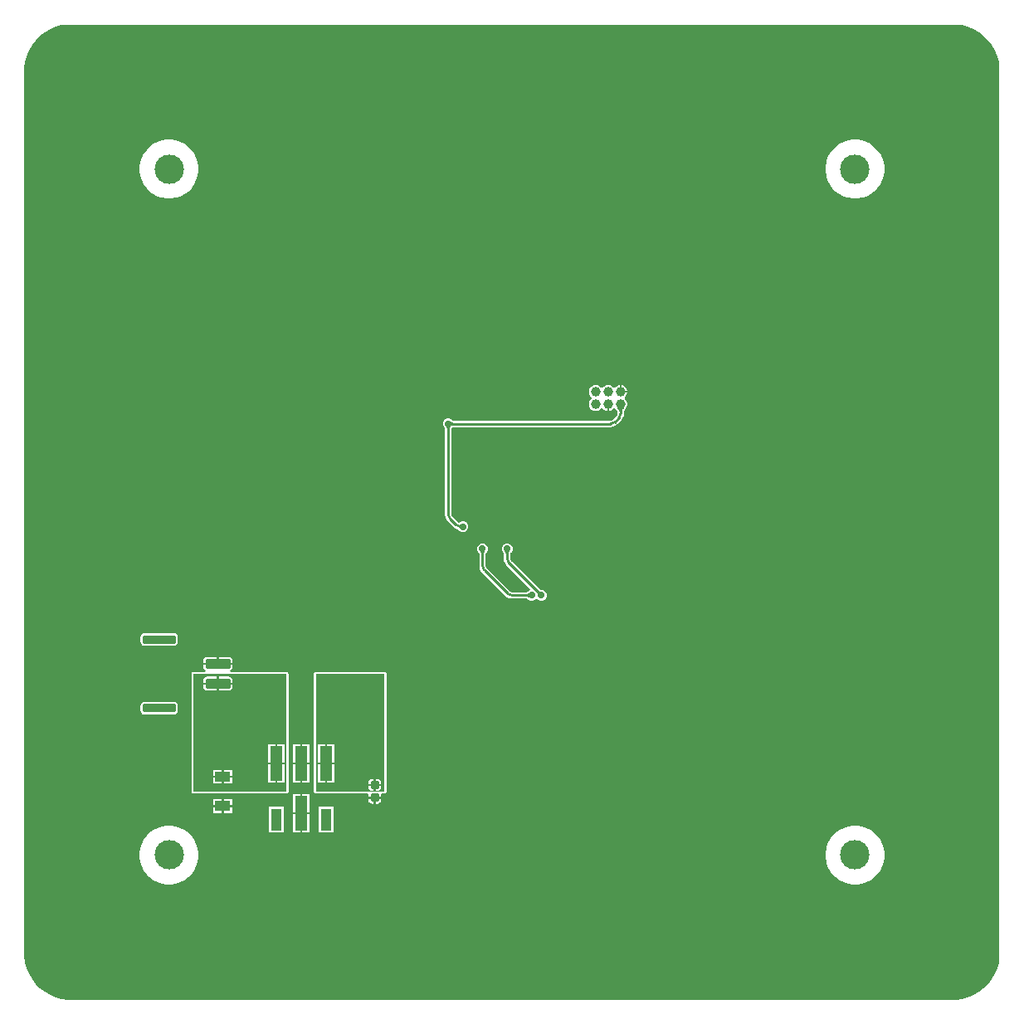
<source format=gbl>
G04*
G04 #@! TF.GenerationSoftware,Altium Limited,Altium Designer,24.1.2 (44)*
G04*
G04 Layer_Physical_Order=2*
G04 Layer_Color=16711680*
%FSLAX44Y44*%
%MOMM*%
G71*
G04*
G04 #@! TF.SameCoordinates,4F868512-D97F-4151-AA10-91EEB4B24D68*
G04*
G04*
G04 #@! TF.FilePolarity,Positive*
G04*
G01*
G75*
%ADD27C,0.2500*%
G04:AMPARAMS|DCode=40|XSize=0.9mm|YSize=0.8mm|CornerRadius=0.2mm|HoleSize=0mm|Usage=FLASHONLY|Rotation=180.000|XOffset=0mm|YOffset=0mm|HoleType=Round|Shape=RoundedRectangle|*
%AMROUNDEDRECTD40*
21,1,0.9000,0.4000,0,0,180.0*
21,1,0.5000,0.8000,0,0,180.0*
1,1,0.4000,-0.2500,0.2000*
1,1,0.4000,0.2500,0.2000*
1,1,0.4000,0.2500,-0.2000*
1,1,0.4000,-0.2500,-0.2000*
%
%ADD40ROUNDEDRECTD40*%
%ADD44C,1.0000*%
%ADD45C,3.0000*%
%ADD46C,0.7000*%
%ADD47R,1.2500X3.5200*%
%ADD48R,1.0500X2.2200*%
%ADD49R,1.6000X1.0000*%
G04:AMPARAMS|DCode=50|XSize=2.6mm|YSize=1mm|CornerRadius=0.25mm|HoleSize=0mm|Usage=FLASHONLY|Rotation=180.000|XOffset=0mm|YOffset=0mm|HoleType=Round|Shape=RoundedRectangle|*
%AMROUNDEDRECTD50*
21,1,2.6000,0.5000,0,0,180.0*
21,1,2.1000,1.0000,0,0,180.0*
1,1,0.5000,-1.0500,0.2500*
1,1,0.5000,1.0500,0.2500*
1,1,0.5000,1.0500,-0.2500*
1,1,0.5000,-1.0500,-0.2500*
%
%ADD50ROUNDEDRECTD50*%
G04:AMPARAMS|DCode=51|XSize=3.4mm|YSize=0.9mm|CornerRadius=0.225mm|HoleSize=0mm|Usage=FLASHONLY|Rotation=180.000|XOffset=0mm|YOffset=0mm|HoleType=Round|Shape=RoundedRectangle|*
%AMROUNDEDRECTD51*
21,1,3.4000,0.4500,0,0,180.0*
21,1,2.9500,0.9000,0,0,180.0*
1,1,0.4500,-1.4750,0.2250*
1,1,0.4500,1.4750,0.2250*
1,1,0.4500,1.4750,-0.2250*
1,1,0.4500,-1.4750,-0.2250*
%
%ADD51ROUNDEDRECTD51*%
G36*
X953110Y997451D02*
X959277Y996639D01*
X965285Y995029D01*
X971032Y992649D01*
X976419Y989539D01*
X981354Y985752D01*
X985752Y981354D01*
X989539Y976419D01*
X992649Y971032D01*
X995029Y965285D01*
X996639Y959277D01*
X997451Y953110D01*
X997451Y950000D01*
X997451Y50000D01*
X997451Y46890D01*
X996639Y40723D01*
X995029Y34715D01*
X992649Y28968D01*
X989539Y23581D01*
X985752Y18646D01*
X981354Y14248D01*
X976419Y10461D01*
X971032Y7351D01*
X965285Y4971D01*
X959277Y3361D01*
X953110Y2549D01*
X950000D01*
X50000Y2549D01*
X46890D01*
X40723Y3361D01*
X34715Y4971D01*
X28968Y7351D01*
X23581Y10461D01*
X18646Y14248D01*
X14248Y18646D01*
X10461Y23581D01*
X7351Y28968D01*
X4971Y34715D01*
X3361Y40723D01*
X2549Y46890D01*
X2549Y50000D01*
Y950000D01*
Y953110D01*
X3361Y959277D01*
X4971Y965285D01*
X7351Y971032D01*
X10461Y976419D01*
X14248Y981354D01*
X18646Y985752D01*
X23581Y989539D01*
X28968Y992649D01*
X34715Y995029D01*
X40723Y996639D01*
X46890Y997451D01*
X50000Y997451D01*
X950000Y997451D01*
X953110Y997451D01*
D02*
G37*
%LPC*%
G36*
X852361Y880000D02*
X847639D01*
X842975Y879261D01*
X838484Y877802D01*
X834277Y875658D01*
X830456Y872883D01*
X827117Y869544D01*
X824342Y865723D01*
X822198Y861516D01*
X820739Y857025D01*
X820000Y852361D01*
Y847639D01*
X820739Y842975D01*
X822198Y838484D01*
X824342Y834277D01*
X827117Y830456D01*
X830456Y827117D01*
X834277Y824342D01*
X838484Y822198D01*
X842975Y820739D01*
X847639Y820000D01*
X852361D01*
X857025Y820739D01*
X861516Y822198D01*
X865723Y824342D01*
X869544Y827117D01*
X872883Y830456D01*
X875658Y834277D01*
X877802Y838484D01*
X879261Y842975D01*
X880000Y847639D01*
Y852361D01*
X879261Y857025D01*
X877802Y861516D01*
X875658Y865723D01*
X872883Y869544D01*
X869544Y872883D01*
X865723Y875658D01*
X861516Y877802D01*
X857025Y879261D01*
X852361Y880000D01*
D02*
G37*
G36*
X152361D02*
X147639D01*
X142975Y879261D01*
X138484Y877802D01*
X134277Y875658D01*
X130456Y872883D01*
X127117Y869544D01*
X124342Y865723D01*
X122198Y861516D01*
X120739Y857025D01*
X120000Y852361D01*
Y847639D01*
X120739Y842975D01*
X122198Y838484D01*
X124342Y834277D01*
X127117Y830456D01*
X130456Y827117D01*
X134277Y824342D01*
X138484Y822198D01*
X142975Y820739D01*
X147639Y820000D01*
X152361D01*
X157025Y820739D01*
X161516Y822198D01*
X165723Y824342D01*
X169544Y827117D01*
X172883Y830456D01*
X175658Y834277D01*
X177802Y838484D01*
X179261Y842975D01*
X180000Y847639D01*
Y852361D01*
X179261Y857025D01*
X177802Y861516D01*
X175658Y865723D01*
X172883Y869544D01*
X169544Y872883D01*
X165723Y875658D01*
X161516Y877802D01*
X157025Y879261D01*
X152361Y880000D01*
D02*
G37*
G36*
X599005Y629662D02*
X597162D01*
X595382Y629185D01*
X593786Y628264D01*
X592482Y626960D01*
X592369Y626764D01*
X591099D01*
X590985Y626960D01*
X589682Y628264D01*
X588086Y629185D01*
X586305Y629662D01*
X584462D01*
X582682Y629185D01*
X581086Y628264D01*
X579782Y626960D01*
X578861Y625364D01*
X578384Y623584D01*
Y621741D01*
X578861Y619960D01*
X579782Y618364D01*
X581086Y617061D01*
X581283Y616947D01*
Y615677D01*
X581086Y615564D01*
X579782Y614260D01*
X578861Y612664D01*
X578384Y610884D01*
Y609041D01*
X578861Y607260D01*
X579782Y605664D01*
X581086Y604361D01*
X582682Y603439D01*
X584462Y602962D01*
X586305D01*
X588086Y603439D01*
X589682Y604361D01*
X590985Y605664D01*
X591099Y605861D01*
X592369D01*
X592482Y605664D01*
X593786Y604361D01*
X595382Y603439D01*
X597084Y602983D01*
Y609962D01*
X599084D01*
Y602983D01*
X600786Y603439D01*
X602382Y604361D01*
X603685Y605664D01*
X603799Y605861D01*
X605069D01*
X605182Y605664D01*
X605932Y604915D01*
X606040Y604763D01*
X606437Y604387D01*
X606746Y604059D01*
X607006Y603747D01*
X607218Y603452D01*
X607386Y603176D01*
X607513Y602922D01*
X607603Y602687D01*
X607663Y602470D01*
X607686Y602331D01*
Y600589D01*
X607679D01*
X607456Y599468D01*
X606823Y598520D01*
X606829Y598515D01*
X602491Y594177D01*
X602480Y594177D01*
X601476Y593532D01*
X600411Y593321D01*
Y593314D01*
X440037D01*
X440018Y593316D01*
X439865Y593345D01*
X439725Y593384D01*
X439592Y593433D01*
X439465Y593493D01*
X439340Y593564D01*
X439215Y593651D01*
X439087Y593755D01*
X438903Y593929D01*
X438756Y594022D01*
X438116Y594663D01*
X436094Y595500D01*
X433906D01*
X431884Y594663D01*
X430337Y593116D01*
X429500Y591094D01*
Y588906D01*
X430337Y586884D01*
X430978Y586244D01*
X431070Y586097D01*
X431245Y585913D01*
X431349Y585785D01*
X431436Y585659D01*
X431507Y585535D01*
X431567Y585408D01*
X431616Y585275D01*
X431655Y585135D01*
X431684Y584982D01*
X431686Y584963D01*
Y498852D01*
X431668Y497589D01*
X431668Y497589D01*
X431827Y496385D01*
X431995Y495109D01*
X432952Y492798D01*
X434468Y490822D01*
X434478Y490832D01*
X434482Y490831D01*
X439664Y485650D01*
X440548Y484745D01*
X440563Y484725D01*
X441508Y484000D01*
X442548Y483202D01*
X444859Y482245D01*
X445025Y482223D01*
X445035Y482215D01*
X445104Y482153D01*
X445321Y481924D01*
X445337Y481884D01*
X445621Y481601D01*
X445737Y481463D01*
X445845Y481376D01*
X446884Y480337D01*
X448906Y479500D01*
X451094D01*
X453116Y480337D01*
X454663Y481884D01*
X455500Y483906D01*
Y486094D01*
X454663Y488116D01*
X453116Y489663D01*
X451094Y490500D01*
X448906D01*
X446884Y489663D01*
X446483Y489261D01*
X446421Y489228D01*
X445263Y489435D01*
X445251Y489435D01*
X439171Y495515D01*
X439177Y495520D01*
X438544Y496468D01*
X438321Y497589D01*
X438314D01*
Y584963D01*
X438316Y584982D01*
X438345Y585135D01*
X438384Y585275D01*
X438433Y585407D01*
X438493Y585535D01*
X438564Y585660D01*
X438651Y585785D01*
X438755Y585913D01*
X438917Y586083D01*
X439087Y586245D01*
X439215Y586349D01*
X439340Y586436D01*
X439465Y586507D01*
X439592Y586567D01*
X439725Y586616D01*
X439865Y586655D01*
X440018Y586684D01*
X440037Y586686D01*
X600411D01*
Y586668D01*
X602891Y586995D01*
X605202Y587952D01*
X607178Y589468D01*
X607168Y589478D01*
X607169Y589482D01*
X611517Y593831D01*
X611522Y593832D01*
X611532Y593822D01*
X613048Y595798D01*
X614006Y598109D01*
X614332Y600589D01*
X614314D01*
Y602448D01*
X614336Y602590D01*
X614398Y602826D01*
X614491Y603088D01*
X614622Y603376D01*
X614793Y603689D01*
X614992Y604001D01*
X615590Y604779D01*
X615955Y605187D01*
X616023Y605302D01*
X616385Y605664D01*
X617307Y607260D01*
X617784Y609041D01*
Y610884D01*
X617307Y612664D01*
X616385Y614260D01*
X615082Y615564D01*
X614885Y615677D01*
Y616947D01*
X615082Y617061D01*
X616385Y618364D01*
X617307Y619960D01*
X617763Y621662D01*
X610784D01*
Y622662D01*
X609784D01*
Y629641D01*
X608082Y629185D01*
X606486Y628264D01*
X605182Y626960D01*
X605069Y626764D01*
X603799D01*
X603685Y626960D01*
X602382Y628264D01*
X600786Y629185D01*
X599005Y629662D01*
D02*
G37*
G36*
X611784Y629641D02*
Y623662D01*
X617763D01*
X617307Y625364D01*
X616385Y626960D01*
X615082Y628264D01*
X613486Y629185D01*
X611784Y629641D01*
D02*
G37*
G36*
X496094Y468000D02*
X493906D01*
X491884Y467163D01*
X490337Y465616D01*
X489500Y463594D01*
Y461406D01*
X490337Y459384D01*
X490978Y458744D01*
X491070Y458597D01*
X491245Y458413D01*
X491349Y458285D01*
X491436Y458159D01*
X491507Y458035D01*
X491567Y457908D01*
X491616Y457775D01*
X491655Y457635D01*
X491684Y457482D01*
X491686Y457463D01*
Y453852D01*
X491668Y452589D01*
X491668Y452589D01*
X491827Y451385D01*
X491995Y450109D01*
X492952Y447798D01*
X493737Y446774D01*
X494474Y445813D01*
X494483Y445807D01*
X495389Y444925D01*
X518640Y421673D01*
X518278Y420240D01*
X516884Y419663D01*
X516244Y419022D01*
X516097Y418930D01*
X515913Y418755D01*
X515785Y418651D01*
X515659Y418564D01*
X515535Y418493D01*
X515408Y418433D01*
X515275Y418384D01*
X515135Y418345D01*
X514982Y418316D01*
X514963Y418314D01*
X500089D01*
Y418321D01*
X498968Y418544D01*
X498021Y419177D01*
X498015Y419171D01*
X474171Y443015D01*
X474177Y443020D01*
X473544Y443968D01*
X473321Y445089D01*
X473314D01*
Y457463D01*
X473316Y457482D01*
X473345Y457635D01*
X473384Y457775D01*
X473433Y457907D01*
X473493Y458035D01*
X473564Y458160D01*
X473651Y458285D01*
X473755Y458413D01*
X473930Y458597D01*
X474022Y458744D01*
X474663Y459384D01*
X475500Y461406D01*
Y463594D01*
X474663Y465616D01*
X473116Y467163D01*
X471094Y468000D01*
X468906D01*
X466884Y467163D01*
X465337Y465616D01*
X464500Y463594D01*
Y461406D01*
X465337Y459384D01*
X465978Y458744D01*
X466070Y458597D01*
X466245Y458413D01*
X466349Y458285D01*
X466436Y458159D01*
X466507Y458035D01*
X466567Y457908D01*
X466616Y457775D01*
X466655Y457635D01*
X466684Y457482D01*
X466686Y457463D01*
Y446352D01*
X466668Y445089D01*
X466668Y445089D01*
X466827Y443885D01*
X466995Y442609D01*
X467952Y440298D01*
X469468Y438322D01*
X469478Y438332D01*
X469482Y438331D01*
X492437Y415377D01*
X493323Y414467D01*
X493323Y414467D01*
X495298Y412952D01*
X497609Y411995D01*
X500089Y411668D01*
Y411686D01*
X514963D01*
X514982Y411684D01*
X515135Y411655D01*
X515275Y411616D01*
X515408Y411567D01*
X515535Y411507D01*
X515660Y411436D01*
X515785Y411349D01*
X515913Y411245D01*
X516097Y411071D01*
X516244Y410978D01*
X516884Y410337D01*
X518906Y409500D01*
X521094D01*
X523116Y410337D01*
X524170Y411392D01*
X525000Y411742D01*
X525830Y411392D01*
X526884Y410337D01*
X528906Y409500D01*
X531094D01*
X533116Y410337D01*
X534663Y411884D01*
X535500Y413906D01*
Y416094D01*
X534663Y418116D01*
X533116Y419663D01*
X531094Y420500D01*
X530188D01*
X530019Y420538D01*
X529765Y420545D01*
X529601Y420562D01*
X529451Y420589D01*
X529312Y420627D01*
X529180Y420675D01*
X529052Y420734D01*
X528925Y420806D01*
X528796Y420893D01*
X528782Y420905D01*
X500074Y449612D01*
X499182Y450516D01*
Y450516D01*
X498534Y451517D01*
X498321Y452589D01*
X498314D01*
Y457463D01*
X498316Y457482D01*
X498345Y457635D01*
X498384Y457775D01*
X498433Y457907D01*
X498493Y458035D01*
X498564Y458160D01*
X498651Y458285D01*
X498755Y458413D01*
X498930Y458597D01*
X499022Y458744D01*
X499663Y459384D01*
X500500Y461406D01*
Y463594D01*
X499663Y465616D01*
X498116Y467163D01*
X496094Y468000D01*
D02*
G37*
G36*
X154750Y376583D02*
X125250D01*
X123592Y376253D01*
X122186Y375314D01*
X121247Y373908D01*
X120917Y372250D01*
Y367750D01*
X121247Y366092D01*
X122186Y364686D01*
X123592Y363747D01*
X125250Y363417D01*
X154750D01*
X156408Y363747D01*
X157814Y364686D01*
X158753Y366092D01*
X159083Y367750D01*
Y372250D01*
X158753Y373908D01*
X157814Y375314D01*
X156408Y376253D01*
X154750Y376583D01*
D02*
G37*
G36*
X210500Y352088D02*
X201000D01*
Y346000D01*
X215088D01*
Y347500D01*
X214739Y349256D01*
X213744Y350744D01*
X212256Y351739D01*
X210500Y352088D01*
D02*
G37*
G36*
X199000D02*
X189500D01*
X187744Y351739D01*
X186256Y350744D01*
X185261Y349256D01*
X184912Y347500D01*
Y346000D01*
X199000D01*
Y352088D01*
D02*
G37*
G36*
X154750Y306583D02*
X125250D01*
X123592Y306253D01*
X122186Y305314D01*
X121247Y303908D01*
X120917Y302250D01*
Y297750D01*
X121247Y296092D01*
X122186Y294686D01*
X123592Y293747D01*
X125250Y293417D01*
X154750D01*
X156408Y293747D01*
X157814Y294686D01*
X158753Y296092D01*
X159083Y297750D01*
Y302250D01*
X158753Y303908D01*
X157814Y305314D01*
X156408Y306253D01*
X154750Y306583D01*
D02*
G37*
G36*
X293250Y263000D02*
X286000D01*
Y244400D01*
X293250D01*
Y263000D01*
D02*
G37*
G36*
X284000D02*
X276750D01*
Y244400D01*
X284000D01*
Y263000D01*
D02*
G37*
G36*
X293250Y242400D02*
X286000D01*
Y223800D01*
X293250D01*
Y242400D01*
D02*
G37*
G36*
X284000D02*
X276750D01*
Y223800D01*
X284000D01*
Y242400D01*
D02*
G37*
G36*
X215088Y344000D02*
X200000D01*
X184912D01*
Y342500D01*
X185261Y340744D01*
X186256Y339256D01*
X187672Y338309D01*
X187687Y338216D01*
X187083Y337039D01*
X175000D01*
X174220Y336884D01*
X173558Y336442D01*
X173116Y335780D01*
X172961Y335000D01*
Y215000D01*
X173116Y214220D01*
X173558Y213558D01*
X174220Y213116D01*
X175000Y212961D01*
X270000D01*
X270780Y213116D01*
X271442Y213558D01*
X271884Y214220D01*
X272039Y215000D01*
Y335000D01*
X271884Y335780D01*
X271442Y336442D01*
X270780Y336884D01*
X270000Y337039D01*
X212917D01*
X212313Y338216D01*
X212328Y338309D01*
X213744Y339256D01*
X214739Y340744D01*
X215088Y342500D01*
Y344000D01*
D02*
G37*
G36*
X370000Y337039D02*
X300000D01*
X299220Y336884D01*
X298558Y336442D01*
X298116Y335780D01*
X297961Y335000D01*
Y215000D01*
X298116Y214220D01*
X298558Y213558D01*
X299220Y213116D01*
X300000Y212961D01*
X352922D01*
X353658Y211691D01*
X353422Y210500D01*
Y209500D01*
X366578D01*
Y210500D01*
X366342Y211691D01*
X367078Y212961D01*
X370000D01*
X370780Y213116D01*
X371442Y213558D01*
X371884Y214220D01*
X372039Y215000D01*
Y335000D01*
X371884Y335780D01*
X371442Y336442D01*
X370780Y336884D01*
X370000Y337039D01*
D02*
G37*
G36*
X366578Y207500D02*
X361000D01*
Y202422D01*
X362500D01*
X364061Y202732D01*
X365384Y203616D01*
X366268Y204939D01*
X366578Y206500D01*
Y207500D01*
D02*
G37*
G36*
X359000D02*
X353422D01*
Y206500D01*
X353732Y204939D01*
X354616Y203616D01*
X355939Y202732D01*
X357500Y202422D01*
X359000D01*
Y207500D01*
D02*
G37*
G36*
X215000Y207000D02*
X206000D01*
Y201000D01*
X215000D01*
Y207000D01*
D02*
G37*
G36*
X204000D02*
X195000D01*
Y201000D01*
X204000D01*
Y207000D01*
D02*
G37*
G36*
X293250Y212200D02*
X286000D01*
Y193600D01*
X293250D01*
Y212200D01*
D02*
G37*
G36*
X284000D02*
X276750D01*
Y193600D01*
X284000D01*
Y212200D01*
D02*
G37*
G36*
X215000Y199000D02*
X206000D01*
Y193000D01*
X215000D01*
Y199000D01*
D02*
G37*
G36*
X204000D02*
X195000D01*
Y193000D01*
X204000D01*
Y199000D01*
D02*
G37*
G36*
X293250Y191600D02*
X286000D01*
Y173000D01*
X293250D01*
Y191600D01*
D02*
G37*
G36*
X284000D02*
X276750D01*
Y173000D01*
X284000D01*
Y191600D01*
D02*
G37*
G36*
X317650Y199200D02*
X303150D01*
Y173000D01*
X317650D01*
Y199200D01*
D02*
G37*
G36*
X266850D02*
X252350D01*
Y173000D01*
X266850D01*
Y199200D01*
D02*
G37*
G36*
X852361Y180000D02*
X847639D01*
X842975Y179261D01*
X838484Y177802D01*
X834277Y175658D01*
X830456Y172883D01*
X827117Y169544D01*
X824342Y165723D01*
X822198Y161516D01*
X820739Y157025D01*
X820000Y152361D01*
Y147639D01*
X820739Y142975D01*
X822198Y138484D01*
X824342Y134277D01*
X827117Y130456D01*
X830456Y127117D01*
X834277Y124342D01*
X838484Y122198D01*
X842975Y120739D01*
X847639Y120000D01*
X852361D01*
X857025Y120739D01*
X861516Y122198D01*
X865723Y124342D01*
X869544Y127117D01*
X872883Y130456D01*
X875658Y134277D01*
X877802Y138484D01*
X879261Y142975D01*
X880000Y147639D01*
Y152361D01*
X879261Y157025D01*
X877802Y161516D01*
X875658Y165723D01*
X872883Y169544D01*
X869544Y172883D01*
X865723Y175658D01*
X861516Y177802D01*
X857025Y179261D01*
X852361Y180000D01*
D02*
G37*
G36*
X152361D02*
X147639D01*
X142975Y179261D01*
X138484Y177802D01*
X134277Y175658D01*
X130456Y172883D01*
X127117Y169544D01*
X124342Y165723D01*
X122198Y161516D01*
X120739Y157025D01*
X120000Y152361D01*
Y147639D01*
X120739Y142975D01*
X122198Y138484D01*
X124342Y134277D01*
X127117Y130456D01*
X130456Y127117D01*
X134277Y124342D01*
X138484Y122198D01*
X142975Y120739D01*
X147639Y120000D01*
X152361D01*
X157025Y120739D01*
X161516Y122198D01*
X165723Y124342D01*
X169544Y127117D01*
X172883Y130456D01*
X175658Y134277D01*
X177802Y138484D01*
X179261Y142975D01*
X180000Y147639D01*
Y152361D01*
X179261Y157025D01*
X177802Y161516D01*
X175658Y165723D01*
X172883Y169544D01*
X169544Y172883D01*
X165723Y175658D01*
X161516Y177802D01*
X157025Y179261D01*
X152361Y180000D01*
D02*
G37*
%LPD*%
G36*
X614020Y606082D02*
X613321Y605173D01*
X613037Y604727D01*
X612796Y604287D01*
X612600Y603854D01*
X612447Y603427D01*
X612337Y603006D01*
X612272Y602591D01*
X612250Y602182D01*
X609750Y602070D01*
X609727Y602490D01*
X609658Y602909D01*
X609542Y603327D01*
X609381Y603745D01*
X609173Y604163D01*
X608919Y604580D01*
X608619Y604996D01*
X608273Y605413D01*
X607880Y605828D01*
X607441Y606244D01*
X614435Y606546D01*
X614020Y606082D01*
D02*
G37*
G36*
X437740Y592222D02*
X437991Y592018D01*
X438252Y591838D01*
X438523Y591682D01*
X438805Y591550D01*
X439097Y591442D01*
X439400Y591358D01*
X439712Y591298D01*
X440036Y591262D01*
X440369Y591250D01*
Y588750D01*
X440036Y588738D01*
X439712Y588702D01*
X439400Y588642D01*
X439097Y588558D01*
X438805Y588450D01*
X438523Y588318D01*
X438252Y588162D01*
X437991Y587982D01*
X437740Y587778D01*
X437500Y587550D01*
Y592450D01*
X437740Y592222D01*
D02*
G37*
G36*
X437222Y587260D02*
X437018Y587009D01*
X436838Y586748D01*
X436682Y586477D01*
X436550Y586195D01*
X436442Y585903D01*
X436358Y585600D01*
X436298Y585288D01*
X436262Y584964D01*
X436250Y584631D01*
X433750D01*
X433738Y584964D01*
X433702Y585288D01*
X433642Y585600D01*
X433558Y585903D01*
X433450Y586195D01*
X433318Y586477D01*
X433162Y586748D01*
X432982Y587009D01*
X432778Y587260D01*
X432550Y587500D01*
X437450D01*
X437222Y587260D01*
D02*
G37*
G36*
X447297Y482777D02*
X447091Y483021D01*
X446526Y483616D01*
X446355Y483770D01*
X446192Y483901D01*
X446038Y484009D01*
X445892Y484095D01*
X445755Y484158D01*
X445627Y484198D01*
X445848Y486727D01*
X445970Y486704D01*
X446108Y486707D01*
X446259Y486735D01*
X446425Y486790D01*
X446606Y486870D01*
X446800Y486976D01*
X447010Y487108D01*
X447471Y487449D01*
X447723Y487658D01*
X447297Y482777D01*
D02*
G37*
G36*
X497222Y459760D02*
X497018Y459509D01*
X496838Y459248D01*
X496682Y458977D01*
X496550Y458695D01*
X496442Y458403D01*
X496358Y458100D01*
X496298Y457788D01*
X496262Y457464D01*
X496250Y457131D01*
X493750D01*
X493738Y457464D01*
X493702Y457788D01*
X493642Y458100D01*
X493558Y458403D01*
X493450Y458695D01*
X493318Y458977D01*
X493162Y459248D01*
X492982Y459509D01*
X492778Y459760D01*
X492550Y460000D01*
X497450D01*
X497222Y459760D01*
D02*
G37*
G36*
X472222D02*
X472018Y459509D01*
X471838Y459248D01*
X471682Y458977D01*
X471550Y458695D01*
X471442Y458403D01*
X471358Y458100D01*
X471298Y457788D01*
X471262Y457464D01*
X471250Y457131D01*
X468750D01*
X468738Y457464D01*
X468702Y457788D01*
X468642Y458100D01*
X468558Y458403D01*
X468450Y458695D01*
X468318Y458977D01*
X468162Y459248D01*
X467982Y459509D01*
X467778Y459760D01*
X467550Y460000D01*
X472450D01*
X472222Y459760D01*
D02*
G37*
G36*
X527332Y419453D02*
X527586Y419250D01*
X527849Y419071D01*
X528122Y418917D01*
X528405Y418787D01*
X528698Y418681D01*
X529000Y418599D01*
X529312Y418542D01*
X529634Y418509D01*
X529965Y418500D01*
X526500Y415035D01*
X526491Y415366D01*
X526458Y415688D01*
X526401Y416000D01*
X526319Y416302D01*
X526213Y416595D01*
X526083Y416878D01*
X525929Y417151D01*
X525750Y417414D01*
X525547Y417668D01*
X525320Y417913D01*
X527087Y419680D01*
X527332Y419453D01*
D02*
G37*
G36*
X517500Y412550D02*
X517260Y412778D01*
X517009Y412982D01*
X516748Y413162D01*
X516477Y413318D01*
X516195Y413450D01*
X515903Y413558D01*
X515600Y413642D01*
X515288Y413702D01*
X514964Y413738D01*
X514631Y413750D01*
Y416250D01*
X514964Y416262D01*
X515288Y416298D01*
X515600Y416358D01*
X515903Y416442D01*
X516195Y416550D01*
X516477Y416682D01*
X516748Y416838D01*
X517009Y417018D01*
X517260Y417222D01*
X517500Y417450D01*
Y412550D01*
D02*
G37*
G36*
X270000Y215000D02*
X175000D01*
Y335000D01*
X270000D01*
Y215000D01*
D02*
G37*
%LPC*%
G36*
X210500Y332088D02*
X201000D01*
Y326000D01*
X215088D01*
Y327500D01*
X214739Y329256D01*
X213744Y330744D01*
X212256Y331739D01*
X210500Y332088D01*
D02*
G37*
G36*
X199000D02*
X189500D01*
X187744Y331739D01*
X186256Y330744D01*
X185261Y329256D01*
X184912Y327500D01*
Y326000D01*
X199000D01*
Y332088D01*
D02*
G37*
G36*
X215088Y324000D02*
X201000D01*
Y317912D01*
X210500D01*
X212256Y318261D01*
X213744Y319256D01*
X214739Y320744D01*
X215088Y322500D01*
Y324000D01*
D02*
G37*
G36*
X199000D02*
X184912D01*
Y322500D01*
X185261Y320744D01*
X186256Y319256D01*
X187744Y318261D01*
X189500Y317912D01*
X199000D01*
Y324000D01*
D02*
G37*
G36*
X267850Y263000D02*
X260600D01*
Y244400D01*
X267850D01*
Y263000D01*
D02*
G37*
G36*
X258600D02*
X251350D01*
Y244400D01*
X258600D01*
Y263000D01*
D02*
G37*
G36*
X215000Y237000D02*
X206000D01*
Y231000D01*
X215000D01*
Y237000D01*
D02*
G37*
G36*
X204000D02*
X195000D01*
Y231000D01*
X204000D01*
Y237000D01*
D02*
G37*
G36*
X267850Y242400D02*
X260600D01*
Y223800D01*
X267850D01*
Y242400D01*
D02*
G37*
G36*
X258600D02*
X251350D01*
Y223800D01*
X258600D01*
Y242400D01*
D02*
G37*
G36*
X215000Y229000D02*
X206000D01*
Y223000D01*
X215000D01*
Y229000D01*
D02*
G37*
G36*
X204000D02*
X195000D01*
Y223000D01*
X204000D01*
Y229000D01*
D02*
G37*
%LPD*%
G36*
X370000Y215000D02*
X300000D01*
Y335000D01*
X370000D01*
Y215000D01*
D02*
G37*
%LPC*%
G36*
X318650Y263000D02*
X311400D01*
Y244400D01*
X318650D01*
Y263000D01*
D02*
G37*
G36*
X309400D02*
X302150D01*
Y244400D01*
X309400D01*
Y263000D01*
D02*
G37*
G36*
X318650Y242400D02*
X311400D01*
Y223800D01*
X318650D01*
Y242400D01*
D02*
G37*
G36*
X309400D02*
X302150D01*
Y223800D01*
X309400D01*
Y242400D01*
D02*
G37*
G36*
X362500Y227578D02*
X361000D01*
Y222500D01*
X366578D01*
Y223500D01*
X366268Y225061D01*
X365384Y226384D01*
X364061Y227268D01*
X362500Y227578D01*
D02*
G37*
G36*
X359000D02*
X357500D01*
X355939Y227268D01*
X354616Y226384D01*
X353732Y225061D01*
X353422Y223500D01*
Y222500D01*
X359000D01*
Y227578D01*
D02*
G37*
G36*
X366578Y220500D02*
X361000D01*
Y215422D01*
X362500D01*
X364061Y215732D01*
X365384Y216616D01*
X366268Y217939D01*
X366578Y219500D01*
Y220500D01*
D02*
G37*
G36*
X359000D02*
X353422D01*
Y219500D01*
X353732Y217939D01*
X354616Y216616D01*
X355939Y215732D01*
X357500Y215422D01*
X359000D01*
Y220500D01*
D02*
G37*
%LPD*%
D27*
X470000Y445089D02*
G03*
X471826Y440674I6250J-0D01*
G01*
X442908Y487092D02*
G03*
X446820Y485272I4431J4408D01*
G01*
X611000Y608350D02*
G03*
X610784Y609962I-6250J-18D01*
G01*
X495000Y452589D02*
G03*
X496836Y448164I6250J-0D01*
G01*
X609174Y596174D02*
G03*
X611000Y600589I-4424J4414D01*
G01*
X435000Y497589D02*
G03*
X436826Y493174I6250J-0D01*
G01*
X495675Y416825D02*
G03*
X500089Y415000I4414J4425D01*
G01*
X600411Y590000D02*
G03*
X604826Y591826I0J6250D01*
G01*
X611000Y600589D02*
Y608350D01*
X496836Y448164D02*
X530000Y415000D01*
X446820Y485271D02*
X450000Y485000D01*
X470000Y445089D02*
Y462500D01*
X435000Y497589D02*
Y590000D01*
X600411D01*
X604826Y591826D02*
X609174Y596174D01*
X436826Y493174D02*
X442908Y487092D01*
X471826Y440674D02*
X495675Y416825D01*
X500089Y415000D02*
X520000D01*
X495000Y452589D02*
Y462500D01*
D40*
X360000Y221500D02*
D03*
Y208500D02*
D03*
D44*
X610784Y609962D02*
D03*
Y622662D02*
D03*
X585384D02*
D03*
X598084D02*
D03*
X585384Y609962D02*
D03*
X598084D02*
D03*
D45*
X150000Y850000D02*
D03*
X850000D02*
D03*
Y150000D02*
D03*
X150000D02*
D03*
D46*
X469500Y575000D02*
D03*
X385000Y510000D02*
D03*
Y485000D02*
D03*
X328500Y510000D02*
D03*
Y590000D02*
D03*
X510000Y273000D02*
D03*
X475500Y224000D02*
D03*
X273000Y490000D02*
D03*
X224000Y524500D02*
D03*
X524500Y776000D02*
D03*
X727000Y510000D02*
D03*
X490000Y727000D02*
D03*
X776000Y475500D02*
D03*
X550000Y310000D02*
D03*
X500000D02*
D03*
X450000D02*
D03*
X472000Y382000D02*
D03*
X490000D02*
D03*
X472000Y400000D02*
D03*
X450000Y485000D02*
D03*
Y500000D02*
D03*
X435000Y590000D02*
D03*
X350000Y240000D02*
D03*
Y260000D02*
D03*
Y280000D02*
D03*
X320000D02*
D03*
Y300000D02*
D03*
X350000D02*
D03*
Y320000D02*
D03*
X320000D02*
D03*
X530000Y415000D02*
D03*
X520000D02*
D03*
X470000Y462500D02*
D03*
X495000D02*
D03*
D47*
X259600Y243400D02*
D03*
X310400D02*
D03*
X285000Y192600D02*
D03*
Y243400D02*
D03*
D48*
X259600Y186100D02*
D03*
X310400D02*
D03*
D49*
X205000Y230000D02*
D03*
Y200000D02*
D03*
D50*
X200000Y345000D02*
D03*
Y325000D02*
D03*
D51*
X140000Y370000D02*
D03*
Y300000D02*
D03*
M02*

</source>
